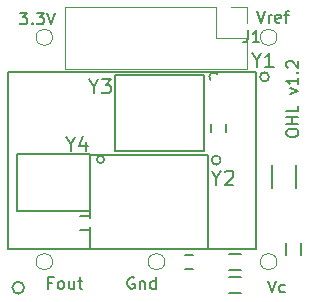
<source format=gto>
G04 #@! TF.FileFunction,Legend,Top*
%FSLAX46Y46*%
G04 Gerber Fmt 4.6, Leading zero omitted, Abs format (unit mm)*
G04 Created by KiCad (PCBNEW 4.0.6) date Sat Aug 26 16:54:21 2017*
%MOMM*%
%LPD*%
G01*
G04 APERTURE LIST*
%ADD10C,0.100000*%
%ADD11C,0.200000*%
%ADD12C,0.150000*%
%ADD13C,0.125000*%
%ADD14C,0.120000*%
%ADD15R,0.900000X1.200000*%
%ADD16R,1.200000X0.900000*%
%ADD17C,1.050000*%
%ADD18R,1.350000X1.270000*%
%ADD19R,1.400000X1.400000*%
%ADD20R,1.970000X2.350000*%
%ADD21C,1.500000*%
%ADD22R,1.600000X1.000000*%
%ADD23R,0.800000X0.750000*%
%ADD24R,0.750000X0.800000*%
%ADD25R,1.700000X1.700000*%
%ADD26O,1.700000X1.700000*%
G04 APERTURE END LIST*
D10*
D11*
X123702381Y-85976191D02*
X123702381Y-85785714D01*
X123750000Y-85690476D01*
X123845238Y-85595238D01*
X124035714Y-85547619D01*
X124369048Y-85547619D01*
X124559524Y-85595238D01*
X124654762Y-85690476D01*
X124702381Y-85785714D01*
X124702381Y-85976191D01*
X124654762Y-86071429D01*
X124559524Y-86166667D01*
X124369048Y-86214286D01*
X124035714Y-86214286D01*
X123845238Y-86166667D01*
X123750000Y-86071429D01*
X123702381Y-85976191D01*
X124702381Y-85119048D02*
X123702381Y-85119048D01*
X124178571Y-85119048D02*
X124178571Y-84547619D01*
X124702381Y-84547619D02*
X123702381Y-84547619D01*
X124702381Y-83595238D02*
X124702381Y-84071429D01*
X123702381Y-84071429D01*
X124035714Y-82595238D02*
X124702381Y-82357143D01*
X124035714Y-82119047D01*
X124702381Y-81214285D02*
X124702381Y-81785714D01*
X124702381Y-81500000D02*
X123702381Y-81500000D01*
X123845238Y-81595238D01*
X123940476Y-81690476D01*
X123988095Y-81785714D01*
X124607143Y-80785714D02*
X124654762Y-80738095D01*
X124702381Y-80785714D01*
X124654762Y-80833333D01*
X124607143Y-80785714D01*
X124702381Y-80785714D01*
X123797619Y-80357143D02*
X123750000Y-80309524D01*
X123702381Y-80214286D01*
X123702381Y-79976190D01*
X123750000Y-79880952D01*
X123797619Y-79833333D01*
X123892857Y-79785714D01*
X123988095Y-79785714D01*
X124130952Y-79833333D01*
X124702381Y-80404762D01*
X124702381Y-79785714D01*
D12*
X121192857Y-75552381D02*
X121526190Y-76552381D01*
X121859524Y-75552381D01*
X122192857Y-76552381D02*
X122192857Y-75885714D01*
X122192857Y-76076190D02*
X122240476Y-75980952D01*
X122288095Y-75933333D01*
X122383333Y-75885714D01*
X122478572Y-75885714D01*
X123192858Y-76504762D02*
X123097620Y-76552381D01*
X122907143Y-76552381D01*
X122811905Y-76504762D01*
X122764286Y-76409524D01*
X122764286Y-76028571D01*
X122811905Y-75933333D01*
X122907143Y-75885714D01*
X123097620Y-75885714D01*
X123192858Y-75933333D01*
X123240477Y-76028571D01*
X123240477Y-76123810D01*
X122764286Y-76219048D01*
X123526191Y-75885714D02*
X123907143Y-75885714D01*
X123669048Y-76552381D02*
X123669048Y-75695238D01*
X123716667Y-75600000D01*
X123811905Y-75552381D01*
X123907143Y-75552381D01*
X101123810Y-75702381D02*
X101742858Y-75702381D01*
X101409524Y-76083333D01*
X101552382Y-76083333D01*
X101647620Y-76130952D01*
X101695239Y-76178571D01*
X101742858Y-76273810D01*
X101742858Y-76511905D01*
X101695239Y-76607143D01*
X101647620Y-76654762D01*
X101552382Y-76702381D01*
X101266667Y-76702381D01*
X101171429Y-76654762D01*
X101123810Y-76607143D01*
X102171429Y-76607143D02*
X102219048Y-76654762D01*
X102171429Y-76702381D01*
X102123810Y-76654762D01*
X102171429Y-76607143D01*
X102171429Y-76702381D01*
X102552381Y-75702381D02*
X103171429Y-75702381D01*
X102838095Y-76083333D01*
X102980953Y-76083333D01*
X103076191Y-76130952D01*
X103123810Y-76178571D01*
X103171429Y-76273810D01*
X103171429Y-76511905D01*
X103123810Y-76607143D01*
X103076191Y-76654762D01*
X102980953Y-76702381D01*
X102695238Y-76702381D01*
X102600000Y-76654762D01*
X102552381Y-76607143D01*
X103457143Y-75702381D02*
X103790476Y-76702381D01*
X104123810Y-75702381D01*
X122138095Y-98402381D02*
X122471428Y-99402381D01*
X122804762Y-98402381D01*
X123566667Y-99354762D02*
X123471429Y-99402381D01*
X123280952Y-99402381D01*
X123185714Y-99354762D01*
X123138095Y-99307143D01*
X123090476Y-99211905D01*
X123090476Y-98926190D01*
X123138095Y-98830952D01*
X123185714Y-98783333D01*
X123280952Y-98735714D01*
X123471429Y-98735714D01*
X123566667Y-98783333D01*
X110807143Y-98150000D02*
X110711905Y-98102381D01*
X110569048Y-98102381D01*
X110426190Y-98150000D01*
X110330952Y-98245238D01*
X110283333Y-98340476D01*
X110235714Y-98530952D01*
X110235714Y-98673810D01*
X110283333Y-98864286D01*
X110330952Y-98959524D01*
X110426190Y-99054762D01*
X110569048Y-99102381D01*
X110664286Y-99102381D01*
X110807143Y-99054762D01*
X110854762Y-99007143D01*
X110854762Y-98673810D01*
X110664286Y-98673810D01*
X111283333Y-98435714D02*
X111283333Y-99102381D01*
X111283333Y-98530952D02*
X111330952Y-98483333D01*
X111426190Y-98435714D01*
X111569048Y-98435714D01*
X111664286Y-98483333D01*
X111711905Y-98578571D01*
X111711905Y-99102381D01*
X112616667Y-99102381D02*
X112616667Y-98102381D01*
X112616667Y-99054762D02*
X112521429Y-99102381D01*
X112330952Y-99102381D01*
X112235714Y-99054762D01*
X112188095Y-99007143D01*
X112140476Y-98911905D01*
X112140476Y-98626190D01*
X112188095Y-98530952D01*
X112235714Y-98483333D01*
X112330952Y-98435714D01*
X112521429Y-98435714D01*
X112616667Y-98483333D01*
X103852381Y-98578571D02*
X103519047Y-98578571D01*
X103519047Y-99102381D02*
X103519047Y-98102381D01*
X103995238Y-98102381D01*
X104519047Y-99102381D02*
X104423809Y-99054762D01*
X104376190Y-99007143D01*
X104328571Y-98911905D01*
X104328571Y-98626190D01*
X104376190Y-98530952D01*
X104423809Y-98483333D01*
X104519047Y-98435714D01*
X104661905Y-98435714D01*
X104757143Y-98483333D01*
X104804762Y-98530952D01*
X104852381Y-98626190D01*
X104852381Y-98911905D01*
X104804762Y-99007143D01*
X104757143Y-99054762D01*
X104661905Y-99102381D01*
X104519047Y-99102381D01*
X105709524Y-98435714D02*
X105709524Y-99102381D01*
X105280952Y-98435714D02*
X105280952Y-98959524D01*
X105328571Y-99054762D01*
X105423809Y-99102381D01*
X105566667Y-99102381D01*
X105661905Y-99054762D01*
X105709524Y-99007143D01*
X106042857Y-98435714D02*
X106423809Y-98435714D01*
X106185714Y-98102381D02*
X106185714Y-98959524D01*
X106233333Y-99054762D01*
X106328571Y-99102381D01*
X106423809Y-99102381D01*
D11*
X101500000Y-99000000D02*
G75*
G03X101500000Y-99000000I-500000J0D01*
G01*
D12*
X123625000Y-96200000D02*
X123625000Y-95200000D01*
X124975000Y-95200000D02*
X124975000Y-96200000D01*
X119850000Y-97475000D02*
X118850000Y-97475000D01*
X118850000Y-96125000D02*
X119850000Y-96125000D01*
X118850000Y-98075000D02*
X119850000Y-98075000D01*
X119850000Y-99425000D02*
X118850000Y-99425000D01*
D13*
X103900000Y-96800000D02*
G75*
G03X103900000Y-96800000I-700000J0D01*
G01*
X113400000Y-96800000D02*
G75*
G03X113400000Y-96800000I-700000J0D01*
G01*
X122900000Y-96800000D02*
G75*
G03X122900000Y-96800000I-700000J0D01*
G01*
X122900000Y-77800000D02*
G75*
G03X122900000Y-77800000I-700000J0D01*
G01*
X103900000Y-77800000D02*
G75*
G03X103900000Y-77800000I-700000J0D01*
G01*
D12*
X108254138Y-88150000D02*
G75*
G03X108254138Y-88150000I-304138J0D01*
G01*
X107045000Y-92480000D02*
X107045000Y-87720000D01*
X107045000Y-87720000D02*
X100855000Y-87720000D01*
X100855000Y-87720000D02*
X100855000Y-92480000D01*
X100855000Y-92480000D02*
X107045000Y-92480000D01*
X117930789Y-81150000D02*
G75*
G03X117930789Y-81150000I-380789J0D01*
G01*
X116690000Y-87400000D02*
X116690000Y-81000000D01*
X116690000Y-81000000D02*
X109210000Y-81000000D01*
X109210000Y-81000000D02*
X109210000Y-87400000D01*
X109210000Y-87400000D02*
X116690000Y-87400000D01*
X122230789Y-81150000D02*
G75*
G03X122230789Y-81150000I-380789J0D01*
G01*
X121150000Y-95750000D02*
X121150000Y-80750000D01*
X121150000Y-80750000D02*
X100150000Y-80750000D01*
X100150000Y-80750000D02*
X100150000Y-95750000D01*
X100150000Y-95750000D02*
X121150000Y-95750000D01*
X118130789Y-88200000D02*
G75*
G03X118130789Y-88200000I-380789J0D01*
G01*
X117050000Y-95750000D02*
X117050000Y-87750000D01*
X117050000Y-87750000D02*
X107050000Y-87750000D01*
X107050000Y-87750000D02*
X107050000Y-95750000D01*
X107050000Y-95750000D02*
X117050000Y-95750000D01*
X122475000Y-88600000D02*
X122475000Y-90600000D01*
X124525000Y-90600000D02*
X124525000Y-88600000D01*
X115800000Y-97400000D02*
X115100000Y-97400000D01*
X115100000Y-96200000D02*
X115800000Y-96200000D01*
X106250000Y-92950000D02*
X106950000Y-92950000D01*
X106950000Y-94150000D02*
X106250000Y-94150000D01*
X117350000Y-85800000D02*
X117350000Y-85100000D01*
X118550000Y-85100000D02*
X118550000Y-85800000D01*
D14*
X104970000Y-75270000D02*
X104970000Y-80470000D01*
X117730000Y-75270000D02*
X104970000Y-75270000D01*
X120330000Y-80470000D02*
X104970000Y-80470000D01*
X117730000Y-75270000D02*
X117730000Y-77870000D01*
X117730000Y-77870000D02*
X120330000Y-77870000D01*
X120330000Y-77870000D02*
X120330000Y-80470000D01*
X119000000Y-75270000D02*
X120330000Y-75270000D01*
X120330000Y-75270000D02*
X120330000Y-76600000D01*
D12*
X105428572Y-86871429D02*
X105428572Y-87442857D01*
X105028572Y-86242857D02*
X105428572Y-86871429D01*
X105828572Y-86242857D01*
X106742857Y-86642857D02*
X106742857Y-87442857D01*
X106457143Y-86185714D02*
X106171428Y-87042857D01*
X106914286Y-87042857D01*
X107378572Y-81971429D02*
X107378572Y-82542857D01*
X106978572Y-81342857D02*
X107378572Y-81971429D01*
X107778572Y-81342857D01*
X108064286Y-81342857D02*
X108807143Y-81342857D01*
X108407143Y-81800000D01*
X108578571Y-81800000D01*
X108692857Y-81857143D01*
X108750000Y-81914286D01*
X108807143Y-82028571D01*
X108807143Y-82314286D01*
X108750000Y-82428571D01*
X108692857Y-82485714D01*
X108578571Y-82542857D01*
X108235714Y-82542857D01*
X108121428Y-82485714D01*
X108064286Y-82428571D01*
X121178572Y-79721429D02*
X121178572Y-80292857D01*
X120778572Y-79092857D02*
X121178572Y-79721429D01*
X121578572Y-79092857D01*
X122607143Y-80292857D02*
X121921428Y-80292857D01*
X122264286Y-80292857D02*
X122264286Y-79092857D01*
X122150000Y-79264286D01*
X122035714Y-79378571D01*
X121921428Y-79435714D01*
X117778572Y-89721429D02*
X117778572Y-90292857D01*
X117378572Y-89092857D02*
X117778572Y-89721429D01*
X118178572Y-89092857D01*
X118521428Y-89207143D02*
X118578571Y-89150000D01*
X118692857Y-89092857D01*
X118978571Y-89092857D01*
X119092857Y-89150000D01*
X119150000Y-89207143D01*
X119207143Y-89321429D01*
X119207143Y-89435714D01*
X119150000Y-89607143D01*
X118464286Y-90292857D01*
X119207143Y-90292857D01*
X120416667Y-77202381D02*
X120416667Y-77916667D01*
X120369047Y-78059524D01*
X120273809Y-78154762D01*
X120130952Y-78202381D01*
X120035714Y-78202381D01*
X121416667Y-78202381D02*
X120845238Y-78202381D01*
X121130952Y-78202381D02*
X121130952Y-77202381D01*
X121035714Y-77345238D01*
X120940476Y-77440476D01*
X120845238Y-77488095D01*
%LPC*%
D15*
X124300000Y-94600000D03*
X124300000Y-96800000D03*
D16*
X118250000Y-96800000D03*
X120450000Y-96800000D03*
X120450000Y-98750000D03*
X118250000Y-98750000D03*
D17*
X103200000Y-96800000D03*
X112700000Y-96800000D03*
X122200000Y-96800000D03*
X122200000Y-77800000D03*
X103200000Y-77800000D03*
D18*
X105870000Y-91345000D03*
X105870000Y-88855000D03*
X102030000Y-91345000D03*
X102030000Y-88855000D03*
D19*
X115490000Y-86200000D03*
X115490000Y-82200000D03*
X110410000Y-86200000D03*
X110410000Y-82200000D03*
D20*
X118270000Y-94310000D03*
X118270000Y-82190000D03*
X103030000Y-94310000D03*
X103030000Y-82190000D03*
D21*
X115050000Y-93750000D03*
X115050000Y-89750000D03*
X109050000Y-93750000D03*
X109050000Y-89750000D03*
D22*
X123500000Y-91100000D03*
X123500000Y-88100000D03*
D23*
X116200000Y-96800000D03*
X114700000Y-96800000D03*
X105850000Y-93550000D03*
X107350000Y-93550000D03*
D24*
X117950000Y-86200000D03*
X117950000Y-84700000D03*
D25*
X119000000Y-76600000D03*
D26*
X119000000Y-79140000D03*
X116460000Y-76600000D03*
X116460000Y-79140000D03*
X113920000Y-76600000D03*
X113920000Y-79140000D03*
X111380000Y-76600000D03*
X111380000Y-79140000D03*
X108840000Y-76600000D03*
X108840000Y-79140000D03*
X106300000Y-76600000D03*
X106300000Y-79140000D03*
M02*

</source>
